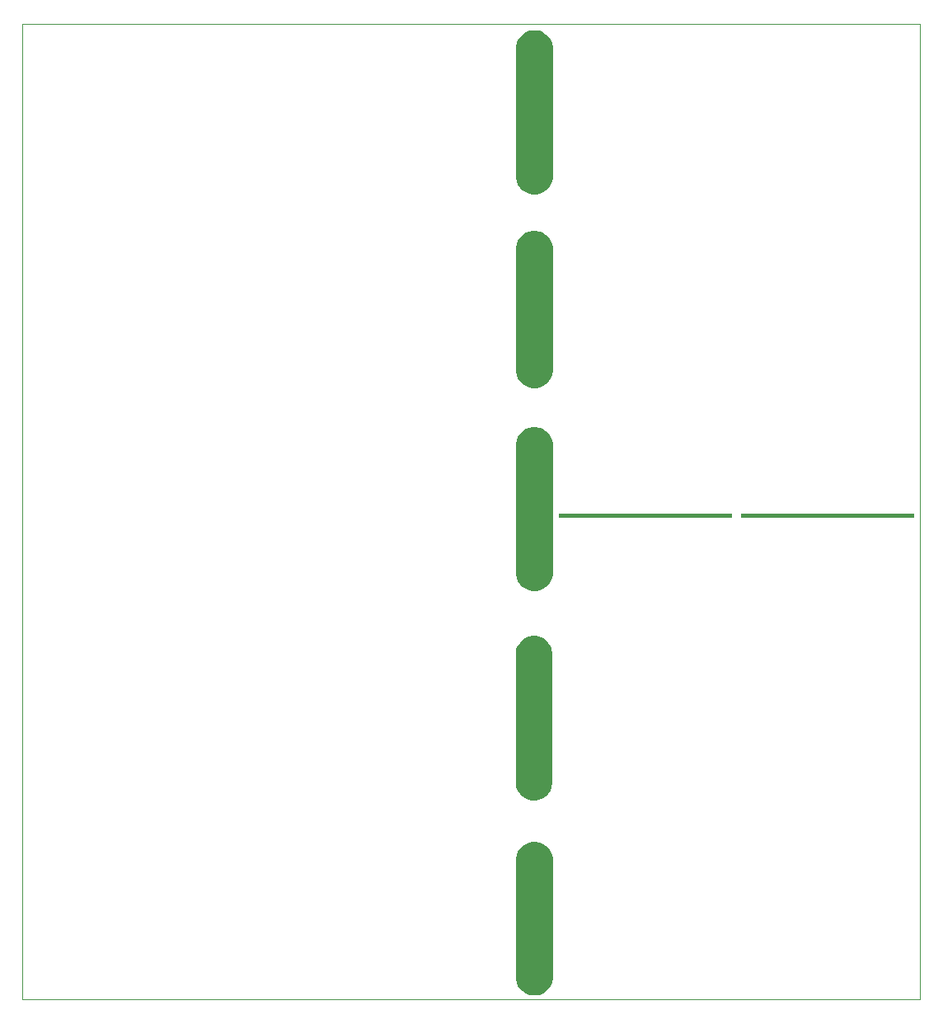
<source format=gbr>
G04*
G04 #@! TF.GenerationSoftware,Altium Limited,Altium Designer,24.10.1 (45)*
G04*
G04 Layer_Color=0*
%FSLAX44Y44*%
%MOMM*%
G71*
G04*
G04 #@! TF.SameCoordinates,58AE560C-37F5-4C9B-8F18-908462E99DB1*
G04*
G04*
G04 #@! TF.FilePolarity,Positive*
G04*
G01*
G75*
%ADD171C,0.0254*%
G36*
X512056Y858901D02*
Y857037D01*
X512784Y853380D01*
X514211Y849936D01*
X516282Y846836D01*
X518918Y844200D01*
X522018Y842128D01*
X525462Y840702D01*
X529119Y839974D01*
X532847D01*
X536504Y840702D01*
X539948Y842128D01*
X543048Y844200D01*
X545685Y846836D01*
X547756Y849936D01*
X549183Y853380D01*
X549910Y857037D01*
Y858901D01*
D01*
Y989711D01*
Y991575D01*
X549183Y995232D01*
X547756Y998676D01*
X545685Y1001776D01*
X543048Y1004412D01*
X539948Y1006484D01*
X536504Y1007911D01*
X532847Y1008638D01*
X529119D01*
X525462Y1007911D01*
X522018Y1006484D01*
X518918Y1004412D01*
X516282Y1001776D01*
X514211Y998676D01*
X512784Y995232D01*
X512056Y991575D01*
Y989711D01*
D01*
Y858901D01*
D02*
G37*
G36*
Y36195D02*
Y34331D01*
X512784Y30674D01*
X514211Y27230D01*
X516282Y24130D01*
X518918Y21494D01*
X522018Y19422D01*
X525462Y17996D01*
X529119Y17268D01*
X532847D01*
X536504Y17996D01*
X539948Y19422D01*
X543048Y21494D01*
X545685Y24130D01*
X547756Y27230D01*
X549183Y30674D01*
X549910Y34331D01*
Y36195D01*
D01*
Y155956D01*
Y157820D01*
X549183Y161477D01*
X547756Y164921D01*
X545685Y168021D01*
X543048Y170657D01*
X539948Y172729D01*
X536504Y174156D01*
X532847Y174883D01*
X529119D01*
X525462Y174156D01*
X522018Y172729D01*
X518918Y170657D01*
X516282Y168021D01*
X514211Y164921D01*
X512784Y161477D01*
X512056Y157820D01*
Y155956D01*
D01*
Y36195D01*
D02*
G37*
G36*
X511810Y236728D02*
Y234864D01*
X512537Y231207D01*
X513964Y227763D01*
X516035Y224663D01*
X518672Y222027D01*
X521772Y219955D01*
X525216Y218528D01*
X528873Y217801D01*
X532601D01*
X536258Y218528D01*
X539702Y219955D01*
X542802Y222027D01*
X545438Y224663D01*
X547509Y227763D01*
X548936Y231207D01*
X549664Y234864D01*
Y236728D01*
D01*
Y367538D01*
Y369402D01*
X548936Y373059D01*
X547509Y376503D01*
X545438Y379603D01*
X542802Y382239D01*
X539702Y384311D01*
X536258Y385737D01*
X532601Y386465D01*
X528873D01*
X525216Y385737D01*
X521772Y384311D01*
X518672Y382239D01*
X516035Y379603D01*
X513964Y376503D01*
X512537Y373059D01*
X511810Y369402D01*
Y367538D01*
D01*
Y236728D01*
D02*
G37*
G36*
X512064Y451485D02*
Y449621D01*
X512791Y445964D01*
X514218Y442520D01*
X516289Y439420D01*
X518926Y436784D01*
X522026Y434712D01*
X525470Y433285D01*
X529127Y432558D01*
X532855D01*
X536512Y433285D01*
X539956Y434712D01*
X543056Y436784D01*
X545692Y439420D01*
X547763Y442520D01*
X549190Y445964D01*
X549918Y449621D01*
Y451485D01*
D01*
Y582295D01*
Y584159D01*
X549190Y587816D01*
X547763Y591260D01*
X545692Y594360D01*
X543056Y596996D01*
X539956Y599068D01*
X536512Y600494D01*
X532855Y601222D01*
X529127D01*
X525470Y600494D01*
X522026Y599068D01*
X518926Y596996D01*
X516289Y594360D01*
X514218Y591260D01*
X512791Y587816D01*
X512064Y584159D01*
Y582295D01*
D01*
Y451485D01*
D02*
G37*
G36*
X512056Y660146D02*
Y658282D01*
X512784Y654625D01*
X514211Y651181D01*
X516282Y648081D01*
X518918Y645445D01*
X522018Y643373D01*
X525462Y641946D01*
X529119Y641219D01*
X532847D01*
X536504Y641946D01*
X539948Y643373D01*
X543048Y645445D01*
X545685Y648081D01*
X547756Y651181D01*
X549183Y654625D01*
X549910Y658282D01*
Y660146D01*
D01*
Y783717D01*
Y785581D01*
X549183Y789238D01*
X547756Y792682D01*
X545685Y795782D01*
X543048Y798418D01*
X539948Y800490D01*
X536504Y801917D01*
X532847Y802644D01*
X529119D01*
X525462Y801917D01*
X522018Y800490D01*
X518918Y798418D01*
X516282Y795782D01*
X514211Y792682D01*
X512784Y789238D01*
X512056Y785581D01*
Y783717D01*
D01*
Y660146D01*
D02*
G37*
G36*
X743458Y511810D02*
X920750D01*
Y508000D01*
X743458D01*
Y511810D01*
D02*
G37*
G36*
X556514D02*
X733806D01*
Y508000D01*
X556514D01*
Y511810D01*
D02*
G37*
D171*
X5334Y13208D02*
X927354D01*
Y1014984D01*
X5334D01*
Y13208D01*
M02*

</source>
